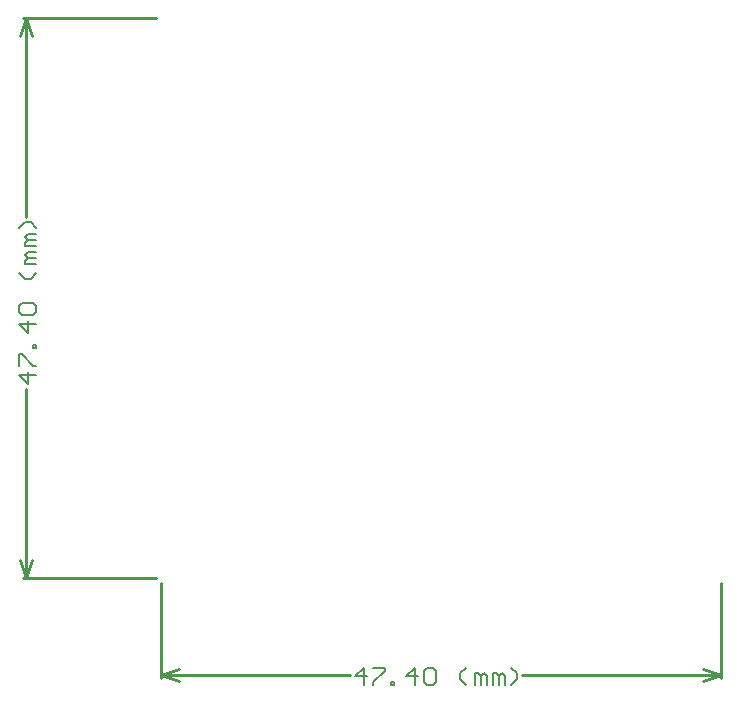
<source format=gm1>
%FSTAX23Y23*%
%MOIN*%
%SFA1B1*%

%IPPOS*%
%ADD24C,0.010000*%
%ADD66C,0.006000*%
%LNpaw8-1*%
%LPD*%
G54D24*
X03917Y0272D02*
Y03035D01*
X02051Y0272D02*
Y03035D01*
X03254Y0273D02*
X03917D01*
X02051D02*
X02682D01*
X03857Y0275D02*
X03917Y0273D01*
X03857Y0271D02*
X03917Y0273D01*
X02051D02*
X02111Y0271D01*
X02051Y0273D02*
X02111Y0275D01*
X0159Y04917D02*
X02035D01*
X0159Y03051D02*
X02035D01*
X016Y04254D02*
Y04917D01*
Y03051D02*
Y03682D01*
X0158Y04857D02*
X016Y04917D01*
X0162Y04857*
X016Y03051D02*
X0162Y03111D01*
X0158D02*
X016Y03051D01*
G54D66*
X02728Y02694D02*
Y02753D01*
X02698Y02724*
X02738*
X02758Y02753D02*
X02798D01*
Y02743*
X02758Y02704*
Y02694*
X02818D02*
Y02704D01*
X02828*
Y02694*
X02818*
X02898D02*
Y02753D01*
X02868Y02724*
X02908*
X02928Y02743D02*
X02938Y02753D01*
X02958*
X02968Y02743*
Y02704*
X02958Y02694*
X02938*
X02928Y02704*
Y02743*
X03068Y02694D02*
X03048Y02714D01*
Y02734*
X03068Y02753*
X03098Y02694D02*
Y02734D01*
X03108*
X03118Y02724*
Y02694*
Y02724*
X03128Y02734*
X03138Y02724*
Y02694*
X03158D02*
Y02734D01*
X03168*
X03178Y02724*
Y02694*
Y02724*
X03188Y02734*
X03198Y02724*
Y02694*
X03218D02*
X03238Y02714D01*
Y02734*
X03218Y02753*
X01635Y03728D02*
X01576D01*
X01606Y03698*
Y03738*
X01576Y03758D02*
Y03798D01*
X01586*
X01625Y03758*
X01635*
Y03818D02*
X01625D01*
Y03828*
X01635*
Y03818*
Y03898D02*
X01576D01*
X01606Y03868*
Y03908*
X01586Y03928D02*
X01576Y03938D01*
Y03958*
X01586Y03968*
X01625*
X01635Y03958*
Y03938*
X01625Y03928*
X01586*
X01635Y04068D02*
X01616Y04048D01*
X01596*
X01576Y04068*
X01635Y04098D02*
X01596D01*
Y04108*
X01606Y04118*
X01635*
X01606*
X01596Y04128*
X01606Y04138*
X01635*
Y04158D02*
X01596D01*
Y04168*
X01606Y04178*
X01635*
X01606*
X01596Y04188*
X01606Y04198*
X01635*
Y04218D02*
X01616Y04238D01*
X01596*
X01576Y04218*
M02*
</source>
